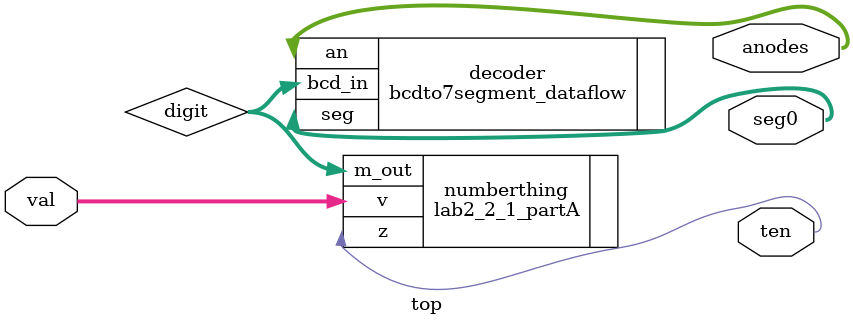
<source format=v>
`timescale 1ns / 1ps


module top(
    input wire [3:0] val,
    output wire [6:0] seg0,
    output wire ten,
    output wire [7:0] anodes
    );

// somewhere for the digit to transfer over
wire [3:0] digit;

lab2_2_1_partA numberthing(
    .v (val),
    .z (ten),
    .m_out (digit)
);

bcdto7segment_dataflow decoder (
    .bcd_in (digit),
    .an (anodes),
    .seg (seg0)
);

endmodule
</source>
